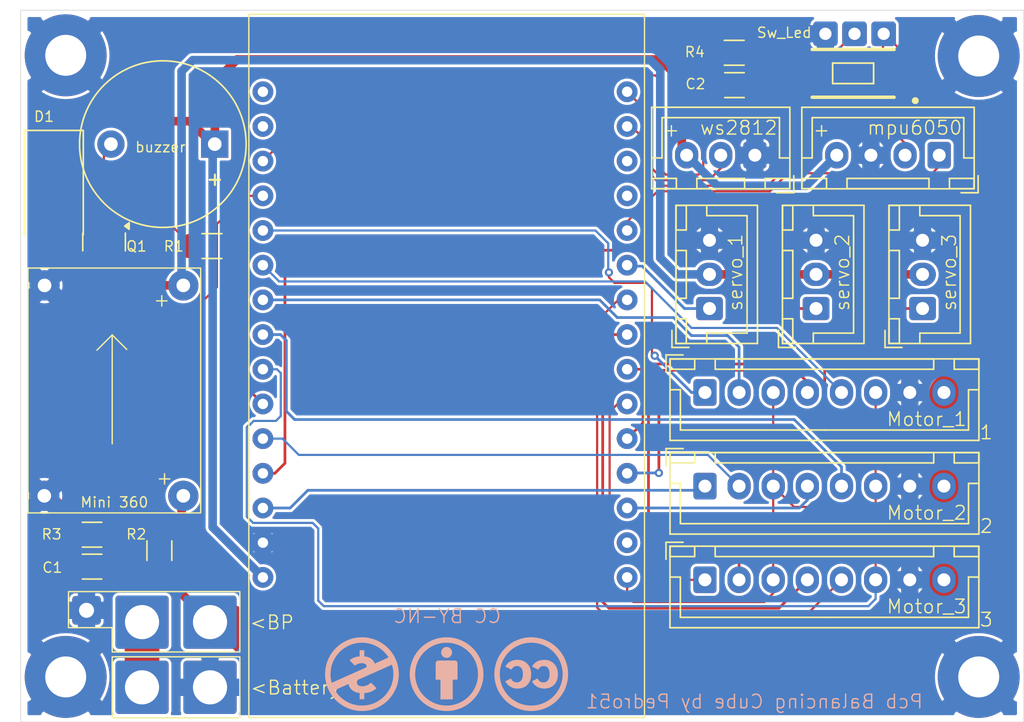
<source format=kicad_pcb>
(kicad_pcb (version 20240108) (generator "pcbnew") (generator_version "8.0")
  (layers (0 "F.Cu" signal) (31 "B.Cu" signal) (34 "B.Paste" user) (35 "F.Paste" user) (36 "B.SilkS" user "B.Silkscreen") (37 "F.SilkS" user "F.Silkscreen") (38 "B.Mask" user) (39 "F.Mask" user) (44 "Edge.Cuts" user))
  (net 0 "")
  (net 1 "+BATT")
  (net 2 "-BATT")
  (net 3 "Net-(BZ1--)")
  (net 4 "Net-(Q1-B)")
  (net 5 "VCC")
  (net 6 "Adc batt")
  (net 7 "Net-(J2-Pin_1)")
  (net 8 "Net-(J6-Pin_5)")
  (net 9 "Net-(J6-Pin_6)")
  (net 10 "Net-(J6-Pin_2)")
  (net 11 "Net-(J6-Pin_4)")
  (net 12 "Net-(J7-Pin_5)")
  (net 13 "Net-(J7-Pin_4)")
  (net 14 "Net-(J7-Pin_1)")
  (net 15 "Net-(J7-Pin_2)")
  (net 16 "Net-(J8-Pin_4)")
  (net 17 "Net-(J8-Pin_2)")
  (net 18 "Net-(J8-Pin_5)")
  (net 19 "Net-(J8-Pin_1)")
  (net 20 "Servo1")
  (net 21 "Servo2")
  (net 22 "Servo3")
  (net 23 "SDA")
  (net 24 "SCL")
  (net 25 "WS2812")
  (net 26 "cmd buzzer")
  (net 32 "Net-(J6-Pin_1)")
  (net 33 "Push_Led")
  (net 34 "+3.3V")
  (net 35 "+5V")
  (footprint "Capacitor_SMD:C_1206_3216Metric" (layer "F.Cu") (at 118.9736 109.0676 180)
    (property "Reference" "C1" (hide yes))
    (property "Value" "100nf" (hide yes))
    (pad "1" smd roundrect (at -1.475 0 180) (size 1.15 1.8) (layers "F.Cu" "F.Paste" "F.Mask") (roundrect_rratio 0.217391) (net 6 "Adc batt"))
    (pad "2" smd roundrect (at 1.475 0 180) (size 1.15 1.8) (layers "F.Cu" "F.Paste" "F.Mask") (roundrect_rratio 0.217391) (net 2 "-BATT"))
  )
  (footprint "Connector_Wire:SolderWire-2sqmm_1x01_D2mm_OD3.9mm" (layer "F.Cu") (at 127.6096 113.1316)
    (property "Reference" "J1" (hide yes))
    (property "Value" "Conn_01x01" (hide yes))
    (pad "1" thru_hole roundrect (at 0 0) (size 3.9 3.9) (drill 2.5) (layers "*.Cu" "*.Mask") (roundrect_rratio 0.064103) (net 1 "+BATT"))
  )
  (footprint "Connector_JST:JST_XH_B8B-XH-A_1x08_P2.50mm_Vertical" (layer "F.Cu") (at 163.8484 110.0328)
    (property "Reference" "J8" (hide yes))
    (property "Value" "Conn_01x08_Pin" (hide yes))
    (pad "1" thru_hole roundrect (at 0 0) (size 1.7 1.95) (drill 0.95) (layers "*.Cu" "*.Mask") (roundrect_rratio 0.147059) (net 19 "Net-(J8-Pin_1)"))
    (pad "2" thru_hole oval (at 2.5 0) (size 1.7 1.95) (drill 0.95) (layers "*.Cu" "*.Mask") (net 17 "Net-(J8-Pin_2)"))
    (pad "3" thru_hole oval (at 5 0) (size 1.7 1.95) (drill 0.95) (layers "*.Cu" "*.Mask") (net 34 "+3.3V"))
    (pad "4" thru_hole oval (at 7.5 0) (size 1.7 1.95) (drill 0.95) (layers "*.Cu" "*.Mask") (net 16 "Net-(J8-Pin_4)"))
    (pad "5" thru_hole oval (at 10 0) (size 1.7 1.95) (drill 0.95) (layers "*.Cu" "*.Mask") (net 18 "Net-(J8-Pin_5)"))
    (pad "6" thru_hole oval (at 12.5 0) (size 1.7 1.95) (drill 0.95) (layers "*.Cu" "*.Mask") (net 9 "Net-(J6-Pin_6)"))
    (pad "7" thru_hole oval (at 15 0) (size 1.7 1.95) (drill 0.95) (layers "*.Cu" "*.Mask") (net 2 "-BATT"))
    (pad "8" thru_hole oval (at 17.5 0) (size 1.7 1.95) (drill 0.95) (layers "*.Cu" "*.Mask") (net 1 "+BATT"))
  )
  (footprint "Capacitor_SMD:C_1206_3216Metric" (layer "F.Cu") (at 166.0126 73.8124)
    (property "Reference" "C2" (hide yes))
    (property "Value" "100nf")
    (pad "1" smd roundrect (at -1.475 0) (size 1.15 1.8) (layers "F.Cu" "F.Paste" "F.Mask") (roundrect_rratio 0.217391) (net 33 "Push_Led"))
    (pad "2" smd roundrect (at 1.475 0) (size 1.15 1.8) (layers "F.Cu" "F.Paste" "F.Mask") (roundrect_rratio 0.217391) (net 2 "-BATT"))
  )
  (footprint "Connector_JST:JST_XH_B3B-XH-A_1x03_P2.50mm_Vertical" (layer "F.Cu") (at 171.984 90.17 90)
    (property "Reference" "J10" (hide yes))
    (property "Value" "Conn_01x03_Pin" (hide yes))
    (pad "1" thru_hole roundrect (at 0 0 90) (size 1.7 1.95) (drill 0.95) (layers "*.Cu" "*.Mask") (roundrect_rratio 0.147059) (net 21 "Servo2"))
    (pad "2" thru_hole oval (at 2.5 0 90) (size 1.7 1.95) (drill 0.95) (layers "*.Cu" "*.Mask") (net 35 "+5V"))
    (pad "3" thru_hole oval (at 5 0 90) (size 1.7 1.95) (drill 0.95) (layers "*.Cu" "*.Mask") (net 2 "-BATT"))
  )
  (footprint "" (layer "F.Cu") (at 183.896 117.1448)
    (property "Reference" "" (at 0 0 0) (layer "F.SilkS") (effects (font (size 1.27 1.27))))
    (property "Value" "")
    (pad "1" thru_hole circle (at 0 0) (size 6 6) (drill 3) (layers "*.Cu" "*.Mask") (net 2 "-BATT"))
  )
  (footprint "Connector_JST:JST_XH_B3B-XH-A_1x03_P2.50mm_Vertical" (layer "F.Cu") (at 164.184 90.17 90)
    (property "Reference" "J9" (hide yes))
    (property "Value" "Conn_01x03_Pin" (hide yes))
    (pad "1" thru_hole roundrect (at 0 0 90) (size 1.7 1.95) (drill 0.95) (layers "*.Cu" "*.Mask") (roundrect_rratio 0.147059) (net 20 "Servo1"))
    (pad "2" thru_hole oval (at 2.5 0 90) (size 1.7 1.95) (drill 0.95) (layers "*.Cu" "*.Mask") (net 35 "+5V"))
    (pad "3" thru_hole oval (at 5 0 90) (size 1.7 1.95) (drill 0.95) (layers "*.Cu" "*.Mask") (net 2 "-BATT"))
  )
  (footprint "Connector_JST:JST_XH_B3B-XH-A_1x03_P2.50mm_Vertical" (layer "F.Cu") (at 179.784 90.17 90)
    (property "Reference" "J11" (hide yes))
    (property "Value" "Conn_01x03_Pin" (hide yes))
    (pad "1" thru_hole roundrect (at 0 0 90) (size 1.7 1.95) (drill 0.95) (layers "*.Cu" "*.Mask") (roundrect_rratio 0.147059) (net 22 "Servo3"))
    (pad "2" thru_hole oval (at 2.5 0 90) (size 1.7 1.95) (drill 0.95) (layers "*.Cu" "*.Mask") (net 35 "+5V"))
    (pad "3" thru_hole oval (at 5 0 90) (size 1.7 1.95) (drill 0.95) (layers "*.Cu" "*.Mask") (net 2 "-BATT"))
  )
  (footprint "Connector_JST:JST_XH_B8B-XH-A_1x08_P2.50mm_Vertical" (layer "F.Cu") (at 163.8516 103.1748)
    (property "Reference" "J7" (hide yes))
    (property "Value" "Conn_01x08_Pin" (hide yes))
    (pad "1" thru_hole roundrect (at 0 0) (size 1.7 1.95) (drill 0.95) (layers "*.Cu" "*.Mask") (roundrect_rratio 0.147059) (net 14 "Net-(J7-Pin_1)"))
    (pad "2" thru_hole oval (at 2.5 0) (size 1.7 1.95) (drill 0.95) (layers "*.Cu" "*.Mask") (net 15 "Net-(J7-Pin_2)"))
    (pad "3" thru_hole oval (at 5 0) (size 1.7 1.95) (drill 0.95) (layers "*.Cu" "*.Mask") (net 34 "+3.3V"))
    (pad "4" thru_hole oval (at 7.5 0) (size 1.7 1.95) (drill 0.95) (layers "*.Cu" "*.Mask") (net 13 "Net-(J7-Pin_4)"))
    (pad "5" thru_hole oval (at 10 0) (size 1.7 1.95) (drill 0.95) (layers "*.Cu" "*.Mask") (net 12 "Net-(J7-Pin_5)"))
    (pad "6" thru_hole oval (at 12.5 0) (size 1.7 1.95) (drill 0.95) (layers "*.Cu" "*.Mask") (net 9 "Net-(J6-Pin_6)"))
    (pad "7" thru_hole oval (at 15 0) (size 1.7 1.95) (drill 0.95) (layers "*.Cu" "*.Mask") (net 2 "-BATT"))
    (pad "8" thru_hole oval (at 17.5 0) (size 1.7 1.95) (drill 0.95) (layers "*.Cu" "*.Mask") (net 1 "+BATT"))
  )
  (footprint "Capacitor_SMD:C_1206_3216Metric" (layer "F.Cu") (at 123.9012 107.8992 90)
    (property "Reference" "R2" (hide yes))
    (property "Value" "33k" (hide yes))
    (pad "1" smd roundrect (at -1.475 0 90) (size 1.15 1.8) (layers "F.Cu" "F.Paste" "F.Mask") (roundrect_rratio 0.217391) (net 1 "+BATT"))
    (pad "2" smd roundrect (at 1.475 0 90) (size 1.15 1.8) (layers "F.Cu" "F.Paste" "F.Mask") (roundrect_rratio 0.217391) (net 6 "Adc batt"))
  )
  (footprint "Connector_Wire:SolderWire-2sqmm_1x01_D2mm_OD3.9mm" (layer "F.Cu") (at 176.9364 70.0532)
    (property "Reference" "J14" (hide yes))
    (property "Value" "Conn_01x01")
    (pad "1" thru_hole roundrect (at 0 0) (size 1.8 1.8) (drill 0.9) (layers "*.Cu" "*.Mask") (roundrect_rratio 0.15) (net 34 "+3.3V"))
  )
  (footprint "Package_TO_SOT_SMD:SOT-23" (layer "F.Cu") (at 119.8513 85.2932 -90)
    (property "Reference" "Q1" (hide yes))
    (property "Value" "MMBT2222A" (hide yes))
    (pad "1" smd roundrect (at -0.9375 -0.95 270) (size 1.475 0.6) (layers "F.Cu" "F.Paste" "F.Mask") (net 4 "Net-(Q1-B)"))
    (pad "2" smd roundrect (at -0.9375 0.95 270) (size 1.475 0.6) (layers "F.Cu" "F.Paste" "F.Mask") (net 2 "-BATT"))
    (pad "3" smd roundrect (at 0.9375 0 270) (size 1.475 0.6) (layers "F.Cu" "F.Paste" "F.Mask") (net 3 "Net-(BZ1--)"))
  )
  (footprint "MesEmpreintes:DCDC buck" (layer "F.Cu") (at 120.5742 85.936)
    (property "Reference" "U1" (hide yes))
    (property "Value" "5v" (hide yes))
    (pad "1" thru_hole circle (at 5.08 17.95) (size 2.22 2.22) (drill 1) (layers "*.Cu" "*.Mask") (net 1 "+BATT"))
    (pad "2" thru_hole circle (at -5.1 17.95) (size 2.22 2.22) (drill 1) (layers "*.Cu" "*.Mask") (net 2 "-BATT"))
    (pad "3" thru_hole circle (at 5.08 2.54) (size 2.22 2.22) (drill 1) (layers "*.Cu" "*.Mask") (net 35 "+5V"))
    (pad "4" thru_hole circle (at -5.08 2.54) (size 2.22 2.22) (drill 1) (layers "*.Cu" "*.Mask") (net 2 "-BATT"))
  )
  (footprint "Resistor_SMD:R_1206_3216Metric" (layer "F.Cu") (at 165.9926 71.4428)
    (property "Reference" "R4" (hide yes))
    (property "Value" "10k")
    (pad "1" smd roundrect (at -1.4625 0) (size 1.125 1.75) (layers "F.Cu" "F.Paste" "F.Mask") (roundrect_rratio 0.222222) (net 33 "Push_Led"))
    (pad "2" smd roundrect (at 1.4625 0) (size 1.125 1.75) (layers "F.Cu" "F.Paste" "F.Mask") (roundrect_rratio 0.222222) (net 34 "+3.3V"))
  )
  (footprint "MountingHole:MountingHole_3mm_Pad" (layer "F.Cu") (at 117.0432 71.628)
    (property "Reference" "1" (hide yes))
    (property "Value" "MountingHole_3mm_Pad" (hide yes))
    (pad "1" thru_hole circle (at 0 0) (size 6 6) (drill 3) (layers "*.Cu" "*.Mask") (net 2 "-BATT"))
  )
  (footprint "Connector_JST:JST_XH_B8B-XH-A_1x08_P2.50mm_Vertical" (layer "F.Cu") (at 163.8516 96.3168)
    (property "Reference" "J6" (hide yes))
    (property "Value" "Conn_01x08_Pin" (hide yes))
    (pad "1" thru_hole roundrect (at 0 0) (size 1.7 1.95) (drill 0.95) (layers "*.Cu" "*.Mask") (roundrect_rratio 0.147059) (net 32 "Net-(J6-Pin_1)"))
    (pad "2" thru_hole oval (at 2.5 0) (size 1.7 1.95) (drill 0.95) (layers "*.Cu" "*.Mask") (net 10 "Net-(J6-Pin_2)"))
    (pad "3" thru_hole oval (at 5 0) (size 1.7 1.95) (drill 0.95) (layers "*.Cu" "*.Mask") (net 34 "+3.3V"))
    (pad "4" thru_hole oval (at 7.5 0) (size 1.7 1.95) (drill 0.95) (layers "*.Cu" "*.Mask") (net 11 "Net-(J6-Pin_4)"))
    (pad "5" thru_hole oval (at 10 0) (size 1.7 1.95) (drill 0.95) (layers "*.Cu" "*.Mask") (net 8 "Net-(J6-Pin_5)"))
    (pad "6" thru_hole oval (at 12.5 0) (size 1.7 1.95) (drill 0.95) (layers "*.Cu" "*.Mask") (net 9 "Net-(J6-Pin_6)"))
    (pad "7" thru_hole oval (at 15 0) (size 1.7 1.95) (drill 0.95) (layers "*.Cu" "*.Mask") (net 2 "-BATT"))
    (pad "8" thru_hole oval (at 17.5 0) (size 1.7 1.95) (drill 0.95) (layers "*.Cu" "*.Mask") (net 1 "+BATT"))
  )
  (footprint "Connector_Wire:SolderWire-0.5sqmm_1x01_D0.9mm_OD2.1mm" (layer "F.Cu") (at 118.5672 112.268)
    (property "Reference" "J5" (hide yes))
    (property "Value" "Conn_01x01" (hide yes))
    (pad "1" thru_hole roundrect (at 0 0) (size 2.1 2.1) (drill 1.1) (layers "*.Cu" "*.Mask") (roundrect_rratio 0.119048) (net 2 "-BATT"))
  )
  (footprint "Connector_Wire:SolderWire-2sqmm_1x01_D2mm_OD3.9mm" (layer "F.Cu") (at 122.6312 113.1316)
    (property "Reference" "J2" (hide yes))
    (property "Value" "Conn_01x01" (hide yes))
    (pad "1" thru_hole roundrect (at 0 0) (size 3.9 3.9) (drill 2.5) (layers "*.Cu" "*.Mask") (roundrect_rratio 0.064103) (net 7 "Net-(J2-Pin_1)"))
  )
  (footprint "Connector_Wire:SolderWire-2sqmm_1x01_D2mm_OD3.9mm" (layer "F.Cu") (at 122.6312 117.9068)
    (property "Reference" "J3" (hide yes))
    (property "Value" "Conn_01x01" (hide yes))
    (pad "1" thru_hole roundrect (at 0 0) (size 3.9 3.9) (drill 2.5) (layers "*.Cu" "*.Mask") (roundrect_rratio 0.064103) (net 7 "Net-(J2-Pin_1)"))
  )
  (footprint "Capacitor_SMD:C_1206_3216Metric" (layer "F.Cu") (at 118.9736 106.7308 180)
    (property "Reference" "R3" (hide yes))
    (property "Value" "10k" (hide yes))
    (pad "1" smd roundrect (at -1.475 0 180) (size 1.15 1.8) (layers "F.Cu" "F.Paste" "F.Mask") (roundrect_rratio 0.217391) (net 6 "Adc batt"))
    (pad "2" smd roundrect (at 1.475 0 180) (size 1.15 1.8) (layers "F.Cu" "F.Paste" "F.Mask") (roundrect_rratio 0.217391) (net 2 "-BATT"))
  )
  (footprint "Resistor_SMD:R_1206_3216Metric" (layer "F.Cu") (at 127.7513 85.598 180)
    (property "Reference" "R1" (hide yes))
    (property "Value" "2k" (hide yes))
    (pad "1" smd roundrect (at -1.4625 0 180) (size 1.125 1.75) (layers "F.Cu" "F.Paste" "F.Mask") (roundrect_rratio 0.222222) (net 26 "cmd buzzer"))
    (pad "2" smd roundrect (at 1.4625 0 180) (size 1.125 1.75) (layers "F.Cu" "F.Paste" "F.Mask") (roundrect_rratio 0.222222) (net 4 "Net-(Q1-B)"))
  )
  (footprint "MountingHole:MountingHole_3mm_Pad" (layer "F.Cu") (at 117.0432 117.1448)
    (property "Reference" "1" (hide yes))
    (property "Value" "MountingHole_3mm_Pad" (hide yes))
    (pad "1" thru_hole circle (at 0 0) (size 6 6) (drill 3) (layers "*.Cu" "*.Mask") (net 2 "-BATT"))
  )
  (footprint "Diode_SMD:D_SMA-SMB_Universal_Handsoldering" (layer "F.Cu") (at 116.1796 82.0884 -90)
    (property "Reference" "D1" (hide yes))
    (property "Value" "S2A")
    (pad "1" smd trapezoid (at -2.9 0 270) (size 3.6 1.7) (rect_delta 0.6 0) (layers "F.Cu" "F.Paste" "F.Mask") (net 5 "VCC"))
    (pad "2" smd trapezoid (at 2.9 0 90) (size 3.6 1.7) (rect_delta 0.6 0) (layers "F.Cu" "F.Paste" "F.Mask") (net 35 "+5V"))
  )
  (footprint "Connector_JST:JST_XH_B4B-XH-A_1x04_P2.50mm_Vertical" (layer "F.Cu") (at 181.0036 78.9432 180)
    (property "Reference" "J12" (hide yes))
    (property "Value" "Conn_01x04_Pin" (hide yes))
    (pad "1" thru_hole roundrect (at 0 0 180) (size 1.7 1.95) (drill 0.95) (layers "*.Cu" "*.Mask") (roundrect_rratio 0.147059) (net 23 "SDA"))
    (pad "2" thru_hole oval (at 2.5 0 180) (size 1.7 1.95) (drill 0.95) (layers "*.Cu" "*.Mask") (net 24 "SCL"))
    (pad "3" thru_hole oval (at 5 0 180) (size 1.7 1.95) (drill 0.95) (layers "*.Cu" "*.Mask") (net 2 "-BATT"))
    (pad "4" thru_hole oval (at 7.5 0 180) (size 1.7 1.95) (drill 0.95) (layers "*.Cu" "*.Mask") (net 5 "VCC"))
  )
  (footprint "Connector_JST:JST_XH_B3B-XH-A_1x03_P2.50mm_Vertical" (layer "F.Cu") (at 167.5076 78.9432 180)
    (property "Reference" "J13" (hide yes))
    (property "Value" "Conn_01x03_Pin" (hide yes))
    (pad "1" thru_hole roundrect (at 0 0 180) (size 1.7 1.95) (drill 0.95) (layers "*.Cu" "*.Mask") (roundrect_rratio 0.147059) (net 2 "-BATT"))
    (pad "2" thru_hole oval (at 2.5 0 180) (size 1.7 1.95) (drill 0.95) (layers "*.Cu" "*.Mask") (net 25 "WS2812"))
    (pad "3" thru_hole oval (at 5 0 180) (size 1.7 1.95) (drill 0.95) (layers "*.Cu" "*.Mask") (net 5 "VCC"))
  )
  (footprint "" (layer "F.Cu") (at 183.896 71.6788)
    (property "Reference" "" (at 0 0 0) (layer "F.SilkS") (effects (font (size 1.27 1.27))))
    (property "Value" "")
    (pad "1" thru_hole circle (at 0 0) (size 6 6) (drill 3) (layers "*.Cu" "*.Mask") (net 2 "-BATT"))
  )
  (footprint "Connector_Wire:SolderWire-2sqmm_1x01_D2mm_OD3.9mm" (layer "F.Cu") (at 127.6096 117.9068)
    (property "Reference" "J4" (hide yes))
    (property "Value" "Conn_01x01" (hide yes))
    (pad "1" thru_hole roundrect (at 0 0) (size 3.9 3.9) (drill 2.5) (layers "*.Cu" "*.Mask") (roundrect_rratio 0.064103) (net 2 "-BATT"))
  )
  (footprint "Buzzer_Beeper:Buzzer_12x9.5RM7.6" (layer "F.Cu") (at 127.9552 78.1304 180)
    (property "Reference" "BZ1" (hide yes))
    (property "Value" "Buzzer" (hide yes))
    (fp_text user "+" (at -0.01 -2.54 0) (layer "F.SilkS"))
    (pad "1" thru_hole rect (at 0 0 180) (size 2 2) (drill 1) (layers "*.Cu" "*.Mask") (net 5 "VCC"))
    (pad "2" thru_hole circle (at 7.6 0 180) (size 2 2) (drill 1) (layers "*.Cu" "*.Mask") (net 3 "Net-(BZ1--)"))
  )
  (footprint "Connector_Wire:SolderWire-2sqmm_1x01_D2mm_OD3.9mm" (layer "F.Cu") (at 174.8028 70.0532)
    (property "Reference" "J15" (hide yes))
    (property "Value" "Conn_01x01")
    (pad "1" thru_hole roundrect (at 0 0) (size 1.8 1.8) (drill 0.9) (layers "*.Cu" "*.Mask") (roundrect_rratio 0.15) (net 33 "Push_Led"))
  )
  (footprint "MesEmpreintes:esp module 38pins" (layer "F.Cu") (at 145.4526 94.6162)
    (property "Reference" "U2" (hide yes))
    (property "Value" "~")
    (pad "1" thru_hole circle (at -13.97 -20.32) (size 1.524 1.524) (drill 0.762) (layers "*.Cu" "*.Mask"))
    (pad "2" thru_hole circle (at -13.97 -17.78) (size 1.524 1.524) (drill 0.762) (layers "*.Cu" "*.Mask"))
    (pad "3" thru_hole circle (at -13.97 -15.24) (size 1.524 1.524) (drill 0.762) (layers "*.Cu" "*.Mask") (net 33 "Push_Led"))
    (pad "4" thru_hole circle (at -13.97 -12.7) (size 1.524 1.524) (drill 0.762) (layers "*.Cu" "*.Mask") (net 6 "Adc batt"))
    (pad "5" thru_hole circle (at -13.97 -10.16) (size 1.524 1.524) (drill 0.762) (layers "*.Cu" "*.Mask") (net 32 "Net-(J6-Pin_1)"))
    (pad "6" thru_hole circle (at -13.97 -7.62) (size 1.524 1.524) (drill 0.762) (layers "*.Cu" "*.Mask") (net 8 "Net-(J6-Pin_5)"))
    (pad "7" thru_hole circle (at -13.97 -5.08) (size 1.524 1.524) (drill 0.762) (layers "*.Cu" "*.Mask") (net 10 "Net-(J6-Pin_2)"))
    (pad "8" thru_hole circle (at -13.97 -2.54) (size 1.524 1.524) (drill 0.762) (layers "*.Cu" "*.Mask") (net 12 "Net-(J7-Pin_5)"))
    (pad "9" thru_hole circle (at -13.97 0) (size 1.524 1.524) (drill 0.762) (layers "*.Cu" "*.Mask") (net 9 "Net-(J6-Pin_6)"))
    (pad "10" thru_hole circle (at -13.97 2.54) (size 1.524 1.524) (drill 0.762) (layers "*.Cu" "*.Mask") (net 26 "cmd buzzer"))
    (pad "11" thru_hole circle (at -13.97 5.08) (size 1.524 1.524) (drill 0.762) (layers "*.Cu" "*.Mask") (net 15 "Net-(J7-Pin_2)"))
    (pad "12" thru_hole circle (at -13.97 7.62) (size 1.524 1.524) (drill 0.762) (layers "*.Cu" "*.Mask") (net 21 "Servo2"))
    (pad "13" thru_hole circle (at -13.97 10.16) (size 1.524 1.524) (drill 0.762) (layers "*.Cu" "*.Mask") (net 14 "Net-(J7-Pin_1)"))
    (pad "14" thru_hole circle (at -13.97 12.7) (size 1.524 1.524) (drill 0.762) (layers "*.Cu" "*.Mask") (net 2 "-BATT"))
    (pad "15" thru_hole circle (at -13.97 15.24) (size 1.524 1.524) (drill 0.762) (layers "*.Cu" "*.Mask") (net 5 "VCC"))
    (pad "16" thru_hole circle (at 12.7 15.24) (size 1.524 1.524) (drill 0.762) (layers "*.Cu" "*.Mask") (net 34 "+3.3V"))
    (pad "17" thru_hole circle (at 12.7 12.7) (size 1.524 1.524) (drill 0.762) (layers "*.Cu" "*.Mask"))
    (pad "18" thru_hole circle (at 12.7 10.16) (size 1.524 1.524) (drill 0.762) (layers "*.Cu" "*.Mask") (net 13 "Net-(J7-Pin_4)"))
    (pad "19" thru_hole circle (at 12.7 7.62) (size 1.524 1.524) (drill 0.762) (layers "*.Cu" "*.Mask") (net 22 "Servo3"))
    (pad "20" thru_hole circle (at 12.7 5.08) (size 1.524 1.524) (drill 0.762) (layers "*.Cu" "*.Mask") (net 11 "Net-(J6-Pin_4)"))
    (pad "21" thru_hole circle (at 12.7 2.54) (size 1.524 1.524) (drill 0.762) (layers "*.Cu" "*.Mask") (net 19 "Net-(J8-Pin_1)"))
    (pad "22" thru_hole circle (at 12.7 0) (size 1.524 1.524) (drill 0.762) (layers "*.Cu" "*.Mask") (net 17 "Net-(J8-Pin_2)"))
    (pad "23" thru_hole circle (at 12.7 -2.54) (size 1.524 1.524) (drill 0.762) (layers "*.Cu" "*.Mask") (net 16 "Net-(J8-Pin_4)"))
    (pad "24" thru_hole circle (at 12.7 -5.08) (size 1.524 1.524) (drill 0.762) (layers "*.Cu" "*.Mask") (net 18 "Net-(J8-Pin_5)"))
    (pad "25" thru_hole circle (at 12.7 -7.62) (size 1.524 1.524) (drill 0.762) (layers "*.Cu" "*.Mask") (net 20 "Servo1"))
    (pad "26" thru_hole circle (at 12.7 -10.16) (size 1.524 1.524) (drill 0.762) (layers "*.Cu" "*.Mask") (net 23 "SDA"))
    (pad "27" thru_hole circle (at 12.7 -12.7) (size 1.524 1.524) (drill 0.762) (layers "*.Cu" "*.Mask"))
    (pad "28" thru_hole circle (at 12.7 -15.24) (size 1.524 1.524) (drill 0.762) (layers "*.Cu" "*.Mask"))
    (pad "29" thru_hole circle (at 12.7 -17.78) (size 1.524 1.524) (drill 0.762) (layers "*.Cu" "*.Mask") (net 24 "SCL"))
    (pad "30" thru_hole circle (at 12.7 -20.32) (size 1.524 1.524) (drill 0.762) (layers "*.Cu" "*.Mask") (net 25 "WS2812"))
  )
  (footprint "MesEmpreintes:SW_RS-032G05A3-SMRT" (layer "F.Cu") (at 174.7012 72.9488 180)
    (property "Reference" "SW2" (hide yes))
    (property "Value" "SW_Push")
    (pad "1" smd rect (at -4 0 180) (size 2 2) (layers "F.Cu" "F.Paste" "F.Mask") (net 2 "-BATT"))
    (pad "2" smd rect (at 4 0 180) (size 2 2) (layers "F.Cu" "F.Paste" "F.Mask") (net 33 "Push_Led"))
  )
  (footprint "Connector_Wire:SolderWire-2sqmm_1x01_D2mm_OD3.9mm" (layer "F.Cu") (at 172.6692 70.0532)
    (property "Reference" "J16" (hide yes))
    (property "Value" "Conn_01x01")
    (pad "1" thru_hole roundrect (at 0 0) (size 1.8 1.8) (drill 0.9) (layers "*.Cu" "*.Mask") (roundrect_rratio 0.15) (net 2 "-BATT"))
  )
  (footprint "Symbol:Symbol_CC-Attribution_Silkscreen_Small" (layer "B.Cu") (at 144.9324 116.9416 180)
    (property "Reference" "REF**" (hide yes))
    (property "Value" "Symbol_CC-Attribution_Silkscreen_Small" (hide yes))
  )
  (footprint "Symbol:Symbol_CreativeCommons_Silkscreen_Type2_Small" (layer "B.Cu") (at 151.13 116.9416 180)
    (property "Reference" "REF**" (hide yes))
    (property "Value" "Symbol_CreativeCommons_Silkscreen_Type2_Small" (hide yes))
  )
  (footprint "Symbol:Symbol_CC-Noncommercial_Silkscreen_Small" (layer "B.Cu") (at 138.7348 116.9416 180)
    (property "Reference" "REF**" (hide yes))
    (property "Value" "Symbol_CC-Noncommercial_Silkscreen_Small" (hide yes))
  )
  (gr_poly (pts (xy 117.2464 110.8964) (xy 129.794 110.8964) (xy 129.794 115.316) (xy 120.4468 115.316) (xy 120.4468 113.538) (xy 117.2464 113.538)) (stroke (width 0.1)) (fill none) (layer "F.SilkS"))
  (gr_line (start 120.4468 92.1004) (end 121.5136 93.1672) (stroke (width 0.1)) (layer "F.SilkS"))
  (gr_line (start 120.4468 92.1004) (end 119.3292 93.218) (stroke (width 0.1)) (layer "F.SilkS"))
  (gr_line (start 120.4468 100.076) (end 120.4468 92.1004) (stroke (width 0.1)) (layer "F.SilkS"))
  (gr_rect (start 120.4468 115.6716) (end 129.794 120.142) (stroke (width 0.1)) (fill none) (layer "F.SilkS"))
  (gr_rect (start 113.7412 68.326) (end 187.198 120.4468) (stroke (width 0.05)) (fill none) (layer "Edge.Cuts"))
  (gr_text "CC BY-NC" (at 148.9964 113.284 0) (layer "B.SilkS") (effects (font (size 1 1) (thickness 0.1)) (justify left bottom mirror)))
  (gr_text "Pcb Balancing Cube by Pedro51" (at 179.8828 119.5324 0) (layer "B.SilkS") (effects (font (size 1 1) (thickness 0.1)) (justify left bottom mirror)))
  (gr_text "1" (at 183.9116 99.8268 0) (layer "F.SilkS") (effects (font (size 1 1) (thickness 0.1)) (justify left bottom)))
  (gr_text "3" (at 183.9084 113.5428 0) (layer "F.SilkS") (effects (font (size 1 1) (thickness 0.1)) (justify left bottom)))
  (gr_text "+" (at 171.7036 77.6682 0) (layer "F.SilkS") (effects (font (size 1 1) (thickness 0.1)) (justify left bottom)))
  (gr_text "servo_2" (at 174.498 90.424 90) (layer "F.SilkS") (effects (font (size 1 1) (thickness 0.1)) (justify left bottom)))
  (gr_text "<Battery" (at 130.5052 118.5164 0) (layer "F.SilkS") (effects (font (size 1 1) (thickness 0.1)) (justify left bottom)))
  (gr_text "R4" (at 162.306 71.8312 0) (layer "F.SilkS") (effects (font (size 0.75 0.75) (thickness 0.1)) (justify left bottom)))
  (gr_text "R2" (at 121.412 107.1372 0) (layer "F.SilkS") (effects (font (size 0.75 0.75) (thickness 0.1)) (justify left bottom)))
  (gr_text "Sw_Led" (at 167.5892 70.4088 0) (layer "F.SilkS") (effects (font (size 0.75 0.75) (thickness 0.1)) (justify left bottom)))
  (gr_text "R1" (at 124.1552 86.0552 0) (layer "F.SilkS") (effects (font (size 0.75 0.75) (thickness 0.1)) (justify left bottom)))
  (gr_text "Motor_1" (at 177.0888 98.8568 0) (layer "F.SilkS") (effects (font (size 1 1) (thickness 0.1)) (justify left bottom)))
  (gr_text "Motor_3" (at 177.0888 112.5728 0) (layer "F.SilkS") (effects (font (size 1 1) (thickness 0.1)) (justify left bottom)))
  (gr_text "servo_1" (at 166.6748 90.424 90) (layer "F.SilkS") (effects (font (size 1 1) (thickness 0.1)) (justify left bottom)))
  (gr_text "C1" (at 115.2652 109.5756 0) (layer "F.SilkS") (effects (font (size 0.75 0.75) (thickness 0.1)) (justify left bottom)))
  (gr_text "Q1" (at 121.412 86.0552 0) (layer "F.SilkS") (effects (font (size 0.75 0.75) (thickness 0.1)) (justify left bottom)))
  (gr_text "R3" (at 115.2144 107.1372 0) (layer "F.SilkS") (effects (font (size 0.75 0.75) (thickness 0.1)) (justify left bottom)))
  (gr_text "<BP" (at 130.4544 113.7412 0) (layer "F.SilkS") (effects (font (size 1 1) (thickness 0.1)) (justify left bottom)))
  (gr_text "ws2812" (at 163.4236 77.5208 0) (layer "F.SilkS") (effects (font (size 1 1) (thickness 0.1)) (justify left bottom)))
  (gr_text "2\n" (at 183.9116 106.6848 0) (layer "F.SilkS") (effects (font (size 1 1) (thickness 0.1)) (justify left bottom)))
  (gr_text "+\n" (at 123.3932 90.1192 0) (layer "F.SilkS") (effects (font (size 1 1) (thickness 0.1)) (justify left bottom)))
  (gr_text "mpu6050" (at 175.6664 77.5208 0) (layer "F.SilkS") (effects (font (size 1 1) (thickness 0.1)) (justify left bottom)))
  (gr_text "buzzer" (at 122.0724 78.7908 0) (layer "F.SilkS") (effects (font (size 0.75 0.75) (thickness 0.1)) (justify left bottom)))
  (gr_text "Mini 360" (at 118.0592 104.8004 0) (layer "F.SilkS") (effects (font (size 0.75 0.75) (thickness 0.1)) (justify left bottom)))
  (gr_text "+\n" (at 160.7076 77.6682 0) (layer "F.SilkS") (effects (font (size 1 1) (thickness 0.1)) (justify left bottom)))
  (gr_text "Motor_2" (at 177.0888 105.7148 0) (layer "F.SilkS") (effects (font (size 1 1) (thickness 0.1)) (justify left bottom)))
  (gr_text "+\n\n\n" (at 123.5964 106.3752 0) (layer "F.SilkS") (effects (font (size 1 1) (thickness 0.1)) (justify left bottom)))
  (gr_text "servo_3" (at 182.3212 90.424 90) (layer "F.SilkS") (effects (font (size 1 1) (thickness 0.1)) (justify left bottom)))
  (gr_text "D1" (at 114.6556 76.5556 0) (layer "F.SilkS") (effects (font (size 0.75 0.75) (thickness 0.1)) (justify left bottom)))
  (gr_text "C2" (at 162.3568 74.168 0) (layer "F.SilkS") (effects (font (size 0.75 0.75) (thickness 0.1)) (justify left bottom)))
  (segment (start 123.9012 109.3742) (end 123.9012 109.4232) (width 0.63) (layer "F.Cu") (net 1))
  (segment (start 181.5592 111.8616) (end 181.5592 96.3168) (width 2.54) (layer "F.Cu") (net 1))
  (segment (start 125.5268 107.7486) (end 123.9012 109.3742) (width 0.63) (layer "F.Cu") (net 1))
  (segment (start 123.9012 109.4232) (end 127.6096 113.1316) (width 0.63) (layer "F.Cu") (net 1))
  (segment (start 130.4544 114.4524) (end 178.9684 114.4524) (width 2.54) (layer "F.Cu") (net 1))
  (segment (start 127.6096 113.1316) (end 129.1336 113.1316) (width 2.54) (layer "F.Cu") (net 1))
  (segment (start 125.6542 103.886) (end 125.5268 104.0134) (width 0.63) (layer "F.Cu") (net 1))
  (segment (start 125.5268 104.0134) (end 125.5268 107.7486) (width 0.63) (layer "F.Cu") (net 1))
  (segment (start 178.9684 114.4524) (end 181.5592 111.8616) (width 2.54) (layer "F.Cu") (net 1))
  (segment (start 129.1336 113.1316) (end 130.4544 114.4524) (width 2.54) (layer "F.Cu") (net 1))
  (segment (start 118.9013 84.3557) (end 118.9013 82.5285) (width 0.16) (layer "F.Cu") (net 2))
  (segment (start 167.5076 73.8324) (end 167.4876 73.8124) (width 0.16) (layer "F.Cu") (net 2))
  (segment (start 117.4986 109.0676) (end 117.4986 105.0526) (width 0.16) (layer "F.Cu") (net 2))
  (segment (start 114.7572 82.1944) (end 114.4524 82.4992) (width 0.16) (layer "F.Cu") (net 2))
  (segment (start 118.5672 82.1944) (end 114.7572 82.1944) (width 0.16) (layer "F.Cu") (net 2))
  (segment (start 117.4986 105.0526) (end 116.332 103.886) (width 0.16) (layer "F.Cu") (net 2))
  (segment (start 167.4876 73.8124) (end 168.5544 74.8792) (width 0.16) (layer "F.Cu") (net 2))
  (segment (start 178.7012 72.9488) (end 178.7012 72.6308) (width 0.16) (layer "F.Cu") (net 2))
  (segment (start 118.9013 82.5285) (end 118.5672 82.1944) (width 0.16) (layer "F.Cu") (net 2))
  (segment (start 178.7012 73.7484) (end 179.3616 73.7484) (width 0.16) (layer "F.Cu") (net 2))
  (segment (start 114.4524 82.4992) (end 114.4524 87.4342) (width 0.16) (layer "F.Cu") (net 2))
  (segment (start 167.5076 78.9432) (end 167.4876 78.9232) (width 0.16) (layer "F.Cu") (net 2))
  (segment (start 114.4524 87.4342) (end 115.4942 88.476) (width 0.16) (layer "F.Cu") (net 2))
  (segment (start 168.5544 74.8792) (end 176.7708 74.8792) (width 0.16) (layer "F.Cu") (net 2))
  (segment (start 167.4876 78.9232) (end 167.4876 73.8124) (width 0.16) (layer "F.Cu") (net 2))
  (segment (start 176.7708 74.8792) (end 178.7012 72.9488) (width 0.16) (layer "F.Cu") (net 2))
  (segment (start 119.8513 86.2307) (end 119.8372 86.2166) (width 0.16) (layer "F.Cu") (net 3))
  (segment (start 119.8372 86.2166) (end 119.8372 78.496) (width 0.16) (layer "F.Cu") (net 3))
  (segment (start 119.8372 78.496) (end 120.2028 78.1304) (width 0.16) (layer "F.Cu") (net 3))
  (segment (start 124.8202 84.1294) (end 126.2888 85.598) (width 0.16) (layer "F.Cu") (net 4))
  (segment (start 121.0276 84.1294) (end 124.8202 84.1294) (width 0.16) (layer "F.Cu") (net 4))
  (segment (start 120.8013 84.3557) (end 121.0276 84.1294) (width 0.16) (layer "F.Cu") (net 4))
  (segment (start 116.1796 77.2668) (end 116.9924 76.454) (width 0.63) (layer "F.Cu") (net 5))
  (segment (start 116.1796 79.1884) (end 116.1796 77.2668) (width 0.63) (layer "F.Cu") (net 5))
  (segment (start 126.1264 76.454) (end 127.8028 78.1304) (width 0.63) (layer "F.Cu") (net 5))
  (segment (start 160.5788 71.9328) (end 162.1536 73.5076) (width 0.63) (layer "F.Cu") (net 5))
  (segment (start 129.5908 71.9328) (end 160.5788 71.9328) (width 0.63) (layer "F.Cu") (net 5))
  (segment (start 162.1536 73.5076) (end 162.1536 78.5892) (width 0.63) (layer "F.Cu") (net 5))
  (segment (start 116.9924 76.454) (end 126.1264 76.454) (width 0.63) (layer "F.Cu") (net 5))
  (segment (start 127.9652 77.968) (end 127.9652 73.5584) (width 0.63) (layer "F.Cu") (net 5))
  (segment (start 127.8028 78.1304) (end 127.9652 77.968) (width 0.63) (layer "F.Cu") (net 5))
  (segment (start 162.1536 78.5892) (end 162.5076 78.9432) (width 0.63) (layer "F.Cu") (net 5))
  (segment (start 127.9652 73.5584) (end 129.5908 71.9328) (width 0.63) (layer "F.Cu") (net 5))
  (segment (start 173.5036 78.9432) (end 171.2684 81.1784) (width 0.63) (layer "B.Cu") (net 5))
  (segment (start 127.8028 106.1764) (end 131.4826 109.8562) (width 0.63) (layer "B.Cu") (net 5))
  (segment (start 164.7428 81.1784) (end 162.5076 78.9432) (width 0.63) (layer "B.Cu") (net 5))
  (segment (start 171.2684 81.1784) (end 164.7428 81.1784) (width 0.63) (layer "B.Cu") (net 5))
  (segment (start 127.8028 78.1304) (end 127.8028 106.1764) (width 0.63) (layer "B.Cu") (net 5))
  (segment (start 131.4826 81.979) (end 131.4826 81.9162) (width 0.16) (layer "F.Cu") (net 6))
  (segment (start 131.4826 81.9162) (end 130.1738 81.9162) (width 0.16) (layer "F.Cu") (net 6))
  (segment (start 128.1176 83.9724) (end 128.1176 88.5952) (width 0.16) (layer "F.Cu") (net 6))
  (segment (start 120.4486 109.0676) (end 120.4486 106.7308) (width 0.16) (layer "F.Cu") (net 6))
  (segment (start 123.5946 106.7308) (end 123.9012 106.4242) (width 0.16) (layer "F.Cu") (net 6))
  (segment (start 128.1176 88.5952) (end 123.9012 92.8116) (width 0.16) (layer "F.Cu") (net 6))
  (segment (start 123.9012 92.8116) (end 123.9012 106.4242) (width 0.16) (layer "F.Cu") (net 6))
  (segment (start 120.4486 106.7308) (end 123.5946 106.7308) (width 0.16) (layer "F.Cu") (net 6))
  (segment (start 130.1738 81.9162) (end 128.1176 83.9724) (width 0.16) (layer "F.Cu") (net 6))
  (segment (start 122.6312 113.1316) (end 122.6312 117.9068) (width 2.54) (layer "F.Cu") (net 7))
  (segment (start 132.6752 88.1888) (end 131.4826 86.9962) (width 0.16) (layer "B.Cu") (net 8))
  (segment (start 159.4612 88.1888) (end 132.6752 88.1888) (width 0.16) (layer "B.Cu") (net 8))
  (segment (start 173.7868 96.3816) (end 173.8516 96.3168) (width 0.16) (layer "B.Cu") (net 8))
  (segment (start 173.8516 96.3168) (end 169.1272 91.5924) (width 0.16) (layer "B.Cu") (net 8))
  (segment (start 162.8648 91.5924) (end 159.4612 88.1888) (width 0.16) (layer "B.Cu") (net 8))
  (segment (start 169.1272 91.5924) (end 162.8648 91.5924) (width 0.16) (layer "B.Cu") (net 8))
  (segment (start 176.3484 96.32) (end 176.3516 96.3168) (width 0.16) (layer "F.Cu") (net 9))
  (segment (start 176.3484 110.0328) (end 176.3484 96.32) (width 0.16) (layer "F.Cu") (net 9))
  (segment (start 176.3516 96.3168) (end 176.3516 95.6812) (width 0.16) (layer "B.Cu") (net 9))
  (segment (start 132.7912 94.8944) (end 132.7912 98.044) (width 0.16) (layer "B.Cu") (net 9))
  (segment (start 130.4544 98.7044) (end 130.302 98.8568) (width 0.16) (layer "B.Cu") (net 9))
  (segment (start 135.128 105.8672) (end 135.5344 106.2736) (width 0.16) (layer "B.Cu") (net 9))
  (segment (start 130.302 98.8568) (end 130.302 105.41) (width 0.16) (layer "B.Cu") (net 9))
  (segment (start 130.302 105.41) (end 130.7592 105.8672) (width 0.16) (layer "B.Cu") (net 9))
  (segment (start 176.3484 111.4336) (end 176.3484 110.0328) (width 0.16) (layer "B.Cu") (net 9))
  (segment (start 135.5344 106.2736) (end 135.5344 111.5568) (width 0.16) (layer "B.Cu") (net 9))
  (segment (start 130.7592 105.8672) (end 135.128 105.8672) (width 0.16) (layer "B.Cu") (net 9))
  (segment (start 132.4356 98.3996) (end 130.81 98.3996) (width 0.16) (layer "B.Cu") (net 9))
  (segment (start 175.8188 111.9632) (end 176.3484 111.4336) (width 0.16) (layer "B.Cu") (net 9))
  (segment (start 132.513 94.6162) (end 132.7912 94.8944) (width 0.16) (layer "B.Cu") (net 9))
  (segment (start 135.9408 111.9632) (end 175.8188 111.9632) (width 0.16) (layer "B.Cu") (net 9))
  (segment (start 131.4826 94.6162) (end 132.513 94.6162) (width 0.16) (layer "B.Cu") (net 9))
  (segment (start 135.5344 111.5568) (end 135.9408 111.9632) (width 0.16) (layer "B.Cu") (net 9))
  (segment (start 130.81 98.3996) (end 130.5052 98.7044) (width 0.16) (layer "B.Cu") (net 9))
  (segment (start 132.7912 98.044) (end 132.4356 98.3996) (width 0.16) (layer "B.Cu") (net 9))
  (segment (start 130.5052 98.7044) (end 130.4544 98.7044) (width 0.16) (layer "B.Cu") (net 9))
  (segment (start 156.135 89.5362) (end 157.4292 90.8304) (width 0.2) (layer "B.Cu") (net 10))
  (segment (start 162.8648 92.1512) (end 165.4048 92.1512) (width 0.2) (layer "B.Cu") (net 10))
  (segment (start 166.37 96.3352) (end 166.3516 96.3168) (width 0.16) (layer "B.Cu") (net 10))
  (segment (start 165.4048 92.1512) (end 165.4556 92.1004) (width 0.2) (layer "B.Cu") (net 10))
  (segment (start 157.4292 90.8304) (end 161.544 90.8304) (width 0.2) (layer "B.Cu") (net 10))
  (segment (start 166.3516 92.9964) (end 166.3516 96.3168) (width 0.2) (layer "B.Cu") (net 10))
  (segment (start 131.4826 89.5362) (end 156.135 89.5362) (width 0.2) (layer "B.Cu") (net 10))
  (segment (start 165.4556 92.1004) (end 166.3516 92.9964) (width 0.2) (layer "B.Cu") (net 10))
  (segment (start 161.544 90.8304) (end 162.8648 92.1512) (width 0.2) (layer "B.Cu") (net 10))
  (segment (start 156.8196 93.726) (end 156.8196 95.3008) (width 0.2) (layer "F.Cu") (net 11))
  (segment (start 171.3516 95.558) (end 170.0276 94.234) (width 0.2) (layer "F.Cu") (net 11))
  (segment (start 157.1244 93.4212) (end 156.8196 93.726) (width 0.2) (layer "F.Cu") (net 11))
  (segment (start 159.3152 98.5336) (end 158.1526 99.6962) (width 0.2) (layer "F.Cu") (net 11))
  (segment (start 158.8008 95.8596) (end 159.3152 96.374) (width 0.2) (layer "F.Cu") (net 11))
  (segment (start 171.3516 96.3168) (end 171.3516 95.558) (width 0.2) (layer "F.Cu") (net 11))
  (segment (start 156.8196 95.3008) (end 157.3784 95.8596) (width 0.2) (layer "F.Cu") (net 11))
  (segment (start 170.0276 94.234) (end 159.8676 94.234) (width 0.2) (layer "F.Cu") (net 11))
  (segment (start 159.8676 94.234) (end 159.0548 93.4212) (width 0.2) (layer "F.Cu") (net 11))
  (segment (start 158.1526 99.6962) (end 157.4534 99.6962) (width 0.16) (layer "F.Cu") (net 11))
  (segment (start 157.3784 95.8596) (end 158.8008 95.8596) (width 0.2) (layer "F.Cu") (net 11))
  (segment (start 159.0548 93.4212) (end 157.1244 93.4212) (width 0.2) (layer "F.Cu") (net 11))
  (segment (start 159.3152 96.374) (end 159.3152 98.5336) (width 0.2) (layer "F.Cu") (net 11))
  (segment (start 133.8072 98.298) (end 133.1976 97.6884) (width 0.2) (layer "B.Cu") (net 12))
  (segment (start 173.8516 101.7664) (end 170.3832 98.298) (width 0.2) (layer "B.Cu") (net 12))
  (segment (start 132.7646 92.0762) (end 131.4826 92.0762) (width 0.2) (layer "B.Cu") (net 12))
  (segment (start 133.1976 97.6884) (end 133.1976 92.5092) (width 0.2) (layer "B.Cu") (net 12))
  (segment (start 133.1976 92.5092) (end 132.7646 92.0762) (width 0.2) (layer "B.Cu") (net 12))
  (segment (start 173.8516 103.1748) (end 173.8516 101.7664) (width 0.2) (layer "B.Cu") (net 12))
  (segment (start 170.3832 98.298) (end 133.8072 98.298) (width 0.2) (layer "B.Cu") (net 12))
  (segment (start 170.7654 104.7762) (end 158.1526 104.7762) (width 0.2) (layer "B.Cu") (net 13))
  (segment (start 171.3516 104.19) (end 170.7654 104.7762) (width 0.2) (layer "B.Cu") (net 13))
  (segment (start 171.3516 103.1748) (end 171.3516 104.19) (width 0.2) (layer "B.Cu") (net 13))
  (segment (start 131.5576 104.8512) (end 131.4826 104.7762) (width 0.2) (layer "F.Cu") (net 14))
  (segment (start 133.4782 104.7762) (end 131.4826 104.7762) (width 0.2) (layer "B.Cu") (net 14))
  (segment (start 134.7748 103.4796) (end 133.4782 104.7762) (width 0.2) (layer "B.Cu") (net 14))
  (segment (start 163.5468 103.4796) (end 134.7748 103.4796) (width 0.2) (layer "B.Cu") (net 14))
  (segment (start 163.8516 103.1748) (end 163.5468 103.4796) (width 0.2) (layer "B.Cu") (net 14))
  (segment (start 166.3516 102.75) (end 166.3516 103.1748) (width 0.16) (layer "F.Cu") (net 15))
  (segment (start 132.9194 99.6962) (end 131.4826 99.6962) (width 0.16) (layer "B.Cu") (net 15))
  (segment (start 134.112 100.8888) (end 132.9194 99.6962) (width 0.16) (layer "B.Cu") (net 15))
  (segment (start 166.3516 103.1748) (end 164.0656 100.8888) (width 0.16) (layer "B.Cu") (net 15))
  (segment (start 164.0656 100.8888) (end 134.112 100.8888) (width 0.16) (layer "B.Cu") (net 15))
  (segment (start 158.1526 92.0762) (end 158.4718 92.0762) (width 0.16) (layer "F.Cu") (net 16))
  (segment (start 171.3484 110.0328) (end 169.2656 112.1156) (width 0.2) (layer "F.Cu") (net 16))
  (segment (start 156.8196 112.1156) (end 156.3624 111.6584) (width 0.2) (layer "F.Cu") (net 16))
  (segment (start 156.3624 92.8624) (end 157.1486 92.0762) (width 0.2) (layer "F.Cu") (net 16))
  (segment (start 157.1486 92.0762) (end 158.1526 92.0762) (width 0.2) (layer "F.Cu") (net 16))
  (segment (start 156.3624 111.6584) (end 156.3624 92.8624) (width 0.2) (layer "F.Cu") (net 16))
  (segment (start 169.2656 112.1156) (end 156.8196 112.1156) (width 0.2) (layer "F.Cu") (net 16))
  (segment (start 166.3484 108.792) (end 165.6588 108.1024) (width 0.2) (layer "F.Cu") (net 17))
  (segment (start 159.2846 94.6162) (end 158.1526 94.6162) (width 0.2) (layer "F.Cu") (net 17))
  (segment (start 165.6588 108.1024) (end 161.0868 108.1024) (width 0.2) (layer "F.Cu") (net 17))
  (segment (start 161.0868 108.1024) (end 160.9852 108.1024) (width 0.2) (layer "F.Cu") (net 17))
  (segment (start 166.3484 110.0328) (end 166.3484 108.792) (width 0.2) (layer "F.Cu") (net 17))
  (segment (start 158.4308 94.8944) (end 158.1526 94.6162) (width 0.2) (layer "F.Cu") (net 17))
  (segment (start 159.7152 106.7308) (end 159.7152 95.0468) (width 0.2) (layer "F.Cu") (net 17))
  (segment (start 161.0868 108.1024) (end 159.7152 106.7308) (width 0.2) (layer "F.Cu") (net 17))
  (segment (start 159.7152 95.0468) (end 159.2846 94.6162) (width 0.2) (layer "F.Cu") (net 17))
  (segment (start 173.8484 110.0328) (end 171.3592 112.522) (width 0.16) (layer "F.Cu") (net 18))
  (segment (start 155.956 91.0844) (end 157.5042 89.5362) (width 0.16) (layer "F.Cu") (net 18))
  (segment (start 171.3592 112.522) (end 156.4132 112.522) (width 0.16) (layer "F.Cu") (net 18))
  (segment (start 156.4132 112.522) (end 155.956 112.0648) (width 0.16) (layer "F.Cu") (net 18))
  (segment (start 173.5836 110.2976) (end 173.8484 110.0328) (width 0.16) (layer "F.Cu") (net 18))
  (segment (start 157.5042 89.5362) (end 158.1526 89.5362) (width 0.16) (layer "F.Cu") (net 18))
  (segment (start 155.956 112.0648) (end 155.956 91.0844) (width 0.16) (layer "F.Cu") (net 18))
  (segment (start 157.734 108.6612) (end 156.8704 107.7976) (width 0.16) (layer "F.Cu") (net 19))
  (segment (start 158.126 97.1296) (end 158.1526 97.1562) (width 0.16) (layer "F.Cu") (net 19))
  (segment (start 160.4772 110.0328) (end 159.1056 108.6612) (width 0.16) (layer "F.Cu") (net 19))
  (segment (start 156.8704 97.7392) (end 157.48 97.1296) (width 0.16) (layer "F.Cu") (net 19))
  (segment (start 163.8484 110.0328) (end 160.4772 110.0328) (width 0.16) (layer "F.Cu") (net 19))
  (segment (start 159.1056 108.6612) (end 157.734 108.6612) (width 0.16) (layer "F.Cu") (net 19))
  (segment (start 157.48 97.1296) (end 158.126 97.1296) (width 0.16) (layer "F.Cu") (net 19))
  (segment (start 156.8704 107.7976) (end 156.8704 97.7392) (width 0.16) (layer "F.Cu") (net 19))
  (segment (start 158.2178 86.9962) (end 158.1526 86.9962) (width 0.16) (layer "F.Cu") (net 20))
  (segment (start 162.3568 90.17) (end 159.258 87.0712) (width 0.2) (layer "B.Cu") (net 20))
  (segment (start 158.2276 87.0712) (end 158.1526 86.9962) (width 0.2) (layer "B.Cu") (net 20))
  (segment (start 164.184 90.17) (end 162.3568 90.17) (width 0.2) (layer "B.Cu") (net 20))
  (segment (start 159.258 87.0712) (end 158.2276 87.0712) (width 0.2) (layer "B.Cu") (net 20))
  (segment (start 159.004 85.9028) (end 133.6548 85.9028) (width 0.2) (layer "F.Cu") (net 21))
  (segment (start 133.096 86.4616) (end 133.096 101.4984) (width 0.2) (layer "F.Cu") (net 21))
  (segment (start 133.096 101.4984) (end 132.3582 102.2362) (width 0.2) (layer "F.Cu") (net 21))
  (segment (start 161.9504 88.8492) (end 159.004 85.9028) (width 0.2) (layer "F.Cu") (net 21))
  (segment (start 132.3582 102.2362) (end 131.4826 102.2362) (width 0.2) (layer "F.Cu") (net 21))
  (segment (start 165.8112 88.8492) (end 161.9504 88.8492) (width 0.2) (layer "F.Cu") (net 21))
  (segment (start 167.132 90.17) (end 165.8112 88.8492) (width 0.2) (layer "F.Cu") (net 21))
  (segment (start 133.6548 85.9028) (end 133.096 86.4616) (width 0.2) (layer "F.Cu") (net 21))
  (segment (start 171.984 90.17) (end 167.132 90.17) (width 0.2) (layer "F.Cu") (net 21))
  (segment (start 172.6184 97.2312) (end 172.6184 94.5388) (width 0.2) (layer "F.Cu") (net 22))
  (segment (start 176.9872 90.17) (end 179.784 90.17) (width 0.2) (layer "F.Cu") (net 22))
  (segment (start 170.0784 95.25) (end 170.0784 97.2312) (width 0.2) (layer "F.Cu") (net 22))
  (segment (start 169.5196 94.6912) (end 170.0784 95.25) (width 0.2) (layer "F.Cu") (net 22))
  (segment (start 170.5864 97.7392) (end 172.1104 97.7392) (width 0.2) (layer "F.Cu") (net 22))
  (segment (start 172.1104 97.7392) (end 172.6184 97.2312) (width 0.2) (layer "F.Cu") (net 22))
  (segment (start 158.1526 102.2362) (end 158.5518 102.2362) (width 0.16) (layer "F.Cu") (net 22))
  (segment (start 170.0784 97.2312) (end 170.5864 97.7392) (width 0.2) (layer "F.Cu") (net 22))
  (segment (start 160.4772 95.0468) (end 160.8328 94.6912) (width 0.2) (layer "F.Cu") (net 22))
  (segment (start 160.8328 94.6912) (end 169.5196 94.6912) (width 0.2) (layer "F.Cu") (net 22))
  (segment (start 172.6184 94.5388) (end 176.9872 90.17) (width 0.2) (layer "F.Cu") (net 22))
  (segment (start 160.4772 102.2096) (end 160.4772 95.0468) (width 0.2) (layer "F.Cu") (net 22))
  (via (at 160.4772 102.2096) (size 0.6) (drill 0.3) (layers "F.Cu" "B.Cu") (net 22))
  (segment (start 160.4772 102.2096) (end 158.1792 102.2096) (width 0.2) (layer "B.Cu") (net 22))
  (segment (start 158.1792 102.2096) (end 158.1526 102.2362) (width 0.2) (layer "B.Cu") (net 22))
  (segment (start 158.1526 83.8078) (end 158.1526 84.4562) (width 0.16) (layer "F.Cu") (net 23))
  (segment (start 181.0036 78.9432) (end 181.0036 79.7528) (width 0.16) (layer "F.Cu") (net 23))
  (segment (start 168.6052 81.5848) (end 160.3756 81.5848) (width 0.16) (layer "F.Cu") (net 23))
  (segment (start 169.926 80.264) (end 168.6052 81.5848) (width 0.16) (layer "F.Cu") (net 23))
  (segment (start 180.4924 80.264) (end 169.926 80.264) (width 0.16) (layer "F.Cu") (net 23))
  (segment (start 181.0036 79.7528) (end 180.4924 80.264) (width 0.16) (layer "F.Cu") (net 23))
  (segment (start 160.3756 81.5848) (end 158.1526 83.8078) (width 0.16) (layer "F.Cu") (net 23))
  (segment (start 159.512 77.872) (end 159.512 80.01) (width 0.16) (layer "F.Cu") (net 24))
  (segment (start 158.1526 76.8362) (end 158.4718 76.8362) (width 0.16) (layer "F.Cu") (net 24))
  (segment (start 170.18 79.4512) (end 170.18 78.1304) (width 0.16) (layer "F.Cu") (net 24))
  (segment (start 159.5098 77.8742) (end 159.512 77.872) (width 0.16) (layer "F.Cu") (net 24))
  (segment (start 178.1048 77.6732) (end 178.5036 78.072) (width 0.16) (layer "F.Cu") (net 24))
  (segment (start 160.6804 81.1784) (end 168.4528 81.1784) (width 0.16) (layer "F.Cu") (net 24))
  (segment (start 168.4528 81.1784) (end 170.18 79.4512) (width 0.16) (layer "F.Cu") (net 24))
  (segment (start 170.6372 77.6732) (end 178.1048 77.6732) (width 0.16) (layer "F.Cu") (net 24))
  (segment (start 159.512 80.01) (end 160.6804 81.1784) (width 0.16) (layer "F.Cu") (net 24))
  (segment (start 170.18 78.1304) (end 170.6372 77.6732) (width 0.16) (layer "F.Cu") (net 24))
  (segment (start 178.5036 78.072) (end 178.5036 78.9432) (width 0.16) (layer "F.Cu") (net 24))
  (segment (start 158.4718 76.8362) (end 159.5098 77.8742) (width 0.16) (layer "F.Cu") (net 24))
  (segment (start 159.9184 76.062) (end 158.1526 74.2962) (width 0.16) (layer "F.Cu") (net 25))
  (segment (start 165.0076 78.9432) (end 165.0076 79.8992) (width 0.16) (layer "F.Cu") (net 25))
  (segment (start 159.9184 79.8576) (end 159.9184 76.062) (width 0.16) (layer "F.Cu") (net 25))
  (segment (start 165.0076 79.8992) (end 164.1348 80.772) (width 0.16) (layer "F.Cu") (net 25))
  (segment (start 164.1348 80.772) (end 160.8328 80.772) (width 0.16) (layer "F.Cu") (net 25))
  (segment (start 160.8328 80.772) (end 159.9184 79.8576) (width 0.16) (layer "F.Cu") (net 25))
  (segment (start 129.2138 85.598) (end 129.2138 94.8874) (width 0.2) (layer "F.Cu") (net 26))
  (segment (start 129.2138 94.8874) (end 131.4826 97.1562) (width 0.2) (layer "F.Cu") (net 26))
  (segment (start 131.4826 97.1562) (end 131.5092 97.1296) (width 0.16) (layer "B.Cu") (net 26))
  (segment (start 160.1724 93.6244) (end 159.9692 93.4212) (width 0.16) (layer "F.Cu") (net 32))
  (segment (start 131.4826 84.4682) (end 131.4826 84.4562) (width 0.16) (layer "F.Cu") (net 32))
  (segment (start 156.8196 87.884) (end 156.8196 87.5284) (width 0.16) (layer "F.Cu") (net 32))
  (segment (start 159.9692 88.6968) (end 159.5628 88.2904) (width 0.16) (layer "F.Cu") (net 32))
  (segment (start 157.226 88.2904) (end 156.8196 87.884) (width 0.16) (layer "F.Cu") (net 32))
  (segment (start 131.4704 84.4684) (end 131.4826 84.4562) (width 0.16) (layer "F.Cu") (net 32))
  (segment (start 131.3544 84.328) (end 131.4826 84.4562) (width 0.16) (layer "F.Cu") (net 32))
  (segment (start 159.5628 88.2904) (end 157.226 88.2904) (width 0.16) (layer "F.Cu") (net 32))
  (segment (start 159.9692 93.4212) (end 159.9692 88.6968) (width 0.16) (layer "F.Cu") (net 32))
  (via (at 156.8196 87.5284) (size 0.6) (drill 0.3) (layers "F.Cu" "B.Cu") (net 32))
  (via (at 160.1724 93.6244) (size 0.6) (drill 0.3) (layers "F.Cu" "B.Cu") (net 32))
  (segment (start 156.7688 87.4776) (end 156.7688 85.3948) (width 0.16) (layer "B.Cu") (net 32))
  (segment (start 155.8302 84.4562) (end 131.4826 84.4562) (width 0.16) (layer "B.Cu") (net 32))
  (segment (start 156.7688 85.3948) (end 155.8302 84.4562) (width 0.16) (layer "B.Cu") (net 32))
  (segment (start 162.8648 96.3168) (end 160.1724 93.6244) (width 0.2) (layer "B.Cu") (net 32))
  (segment (start 163.8516 96.3168) (end 162.8648 96.3168) (width 0.2) (layer "B.Cu") (net 32))
  (segment (start 163.7284 80.01) (end 163.3728 80.3656) (width 0.16) (layer "F.Cu") (net 33))
  (segment (start 164.5376 73.8124) (end 164.5376 71.4503) (width 0.16) (layer "F.Cu") (net 33))
  (segment (start 132.7404 73.4568) (end 132.7404 78.1184) (width 0.16) (layer "F.Cu") (net 33))
  (segment (start 164.5301 70.9279) (end 165.354 70.104) (width 0.16) (layer "F.Cu") (net 33))
  (segment (start 164.0909 71.882) (end 164.5301 71.4428) (width 0.16) (layer "F.Cu") (net 33))
  (segment (start 170.7012 72.9488) (end 170.7012 72.9356) (width 0.16) (layer "F.Cu") (net 33))
  (segment (start 133.096 73.1012) (end 132.7404 73.4568) (width 0.16) (layer "F.Cu") (net 33))
  (segment (start 170.688 70.4596) (end 170.688 72.9356) (width 0.16) (layer "F.Cu") (net 33))
  (segment (start 132.7404 78.1184) (end 131.4826 79.3762) (width 0.16) (layer "F.Cu") (net 33))
  (segment (start 170.3324 70.104) (end 170.688 70.4596) (width 0.16) (layer "F.Cu") (net 33))
  (segment (start 164.5376 71.4503) (end 164.5301 71.4428) (width 0.16) (layer "F.Cu") (net 33))
  (segment (start 171.8564 72.9488) (end 174.8536 69.9516) (width 0.16) (layer "F.Cu") (net 33))
  (segment (start 131.4826 79.3762) (end 131.5962 79.3762) (width 0.16) (layer "F.Cu") (net 33))
  (segment (start 170.688 72.9356) (end 170.7012 72.9488) (width 0.16) (layer "F.Cu") (net 33))
  (segment (start 164.5301 71.4428) (end 164.5301 70.9279) (width 0.16) (layer "F.Cu") (net 33))
  (segment (start 160.6296 80.01) (end 160.6296 73.5076) (width 0.16) (layer "F.Cu") (net 33))
  (segment (start 160.2232 73.1012) (end 133.096 73.1012) (width 0.16) (layer "F.Cu") (net 33))
  (segment (start 164.5376 73.8124) (end 163.7284 74.6216) (width 0.16) (layer "F.Cu") (net 33))
  (segment (start 160.6296 73.5076) (end 160.2232 73.1012) (width 0.16) (layer "F.Cu") (net 33))
  (segment (start 170.7012 72.9488) (end 169.8376 73.8124) (width 0.16) (layer "F.Cu") (net 33))
  (segment (start 163.7284 74.6216) (end 163.7284 80.01) (width 0.16) (layer "F.Cu") (net 33))
  (segment (start 165.354 70.104) (end 170.3324 70.104) (width 0.16) (layer "F.Cu") (net 33))
  (segment (start 164.5301 73.8049) (end 164.5376 73.8124) (width 0.16) (layer "F.Cu") (net 33))
  (segment (start 163.3728 80.3656) (end 160.9852 80.3656) (width 0.16) (layer "F.Cu") (net 33))
  (segment (start 160.9852 80.3656) (end 160.6296 80.01) (width 0.16) (layer "F.Cu") (net 33))
  (segment (start 170.7012 72.9488) (end 171.8564 72.9488) (width 0.16) (layer "F.Cu") (net 33))
  (segment (start 168.8484 96.32) (end 168.8516 96.3168) (width 0.16) (layer "F.Cu") (net 34))
  (segment (start 158.1526 109.8562) (end 158.1526 111.2134) (width 0.16) (layer "F.Cu") (net 34))
  (segment (start 168.5544 74.0664) (end 168.5544 72.0852) (width 0.16) (layer "F.Cu") (net 34))
  (segment (start 158.5976 111.6584) (end 168.1988 111.6584) (width 0.16) (layer "F.Cu") (net 34))
  (segment (start 168.5544 72.0852) (end 167.912 71.4428) (width 0.16) (layer "F.Cu") (net 34))
  (segment (start 168.8484 111.0088) (end 168.8484 110.0328) (width 0.16) (layer "F.Cu") (net 34))
  (segment (start 168.8516 103.1748) (end 170.3756 104.6988) (width 0.16) (layer "F.Cu") (net 34))
  (segment (start 179.8828 71.1708) (end 178.1048 71.1708) (width 0.16) (layer "F.Cu") (net 34))
  (segment (start 182.626 91.0336) (end 182.626 75.5396) (width 0.16) (layer "F.Cu") (net 34))
  (segment (start 176.53 74.422) (end 168.91 74.422) (width 0.16) (layer "F.Cu") (net 34))
  (segment (start 181.864 91.7956) (end 182.626 91.0336) (width 0.16) (layer "F.Cu") (net 34))
  (segment (start 176.8856 70.0532) (end 176.8856 74.0664) (width 0.16) (layer "F.Cu") (net 34))
  (segment (start 182.626 75.5396) (end 180.2384 73.152) (width 0.16) (layer "F.Cu") (net 34))
  (segment (start 175.9204 91.7956) (end 181.864 91.7956) (width 0.16) (layer "F.Cu") (net 34))
  (segment (start 170.3756 104.6988) (end 174.498 104.6988) (width 0.16) (layer "F.Cu") (net 34))
  (segment (start 167.912 71.4428) (end 167.4551 71.4428) (width 0.16) (layer "F.Cu") (net 34))
  (segment (start 178.1048 71.1708) (end 176.9872 70.0532) (width 0.16) (layer "F.Cu") (net 34))
  (segment (start 168.1988 111.6584) (end 168.8484 111.0088) (width 0.16) (layer "F.Cu") (net 34))
  (segment (start 176.8856 74.0664) (end 176.53 74.422) (width 0.16) (layer "F.Cu") (net 34))
  (segment (start 174.498 104.6988) (end 175.1076 104.0892) (width 0.16) (layer "F.Cu") (net 34))
  (segment (start 175.1076 92.6084) (end 175.9204 91.7956) (width 0.16) (layer "F.Cu") (net 34))
  (segment (start 168.91 74.422) (end 168.5544 74.0664) (width 0.16) (layer "F.Cu") (net 34))
  (segment (start 158.1526 111.2134) (end 158.5976 111.6584) (width 0.16) (layer "F.Cu") (net 34))
  (segment (start 180.2384 71.5264) (end 179.8828 71.1708) (width 0.16) (layer "F.Cu") (net 34))
  (segment (start 175.1076 104.0892) (end 175.1076 92.6084) (width 0.16) (layer "F.Cu") (net 34))
  (segment (start 168.8484 110.0328) (end 168.8484 96.32) (width 0.16) (layer "F.Cu") (net 34))
  (segment (start 180.2384 73.152) (end 180.2384 71.5264) (width 0.16) (layer "F.Cu") (net 34))
  (segment (start 164.184 87.67) (end 179.784 87.67) (width 0.63) (layer "F.Cu") (net 35))
  (segment (start 118.2448 88.476) (end 116.1796 86.4108) (width 0.63) (layer "F.Cu") (net 35))
  (segment (start 125.6542 88.476) (end 125.3236 88.1454) (width 0.63) (layer "F.Cu") (net 35))
  (segment (start 125.6542 88.476) (end 118.2448 88.476) (width 0.63) (layer "F.Cu") (net 35))
  (segment (start 116.1796 86.4108) (end 116.1796 84.9884) (width 0.63) (layer "F.Cu") (net 35))
  (segment (start 164.184 87.67) (end 161.7872 87.67) (width 0.63) (layer "B.Cu") (net 35))
  (segment (start 160.5788 72.6948) (end 159.8676 71.9836) (width 0.63) (layer "B.Cu") (net 35))
  (segment (start 161.7872 87.67) (end 160.5788 86.4616) (width 0.63) (layer "B.Cu") (net 35))
  (segment (start 126.3396 71.9836) (end 125.5268 72.7964) (width 0.63) (layer "B.Cu") (net 35))
  (segment (start 160.5788 86.4616) (end 160.5788 72.6948) (width 0.63) (layer "B.Cu") (net 35))
  (segment (start 159.8676 71.9836) (end 126.3396 71.9836) (width 0.63) (layer "B.Cu") (net 35))
  (segment (start 125.5268 88.3486) (end 125.6542 88.476) (width 0.63) (layer "B.Cu") (net 35))
  (segment (start 125.5268 72.7964) (end 125.5268 88.3486) (width 0.63) (layer "B.Cu") (net 35))
  (zone (net 2) (net_name "-BATT") (layer "B.Cu") (connect_pads (clearance 0.2)) (min_thickness 0.2) (fill yes (thermal_gap 0.2) (thermal_bridge_width 1.27) (smoothing fillet))
    (polygon (pts (xy 113.8428 68.4276) (xy 187.0964 68.4276) (xy 187.0964 120.3452) (xy 113.8428 120.3452) (xy 113.8428 68.4784)))
  )
)
</source>
